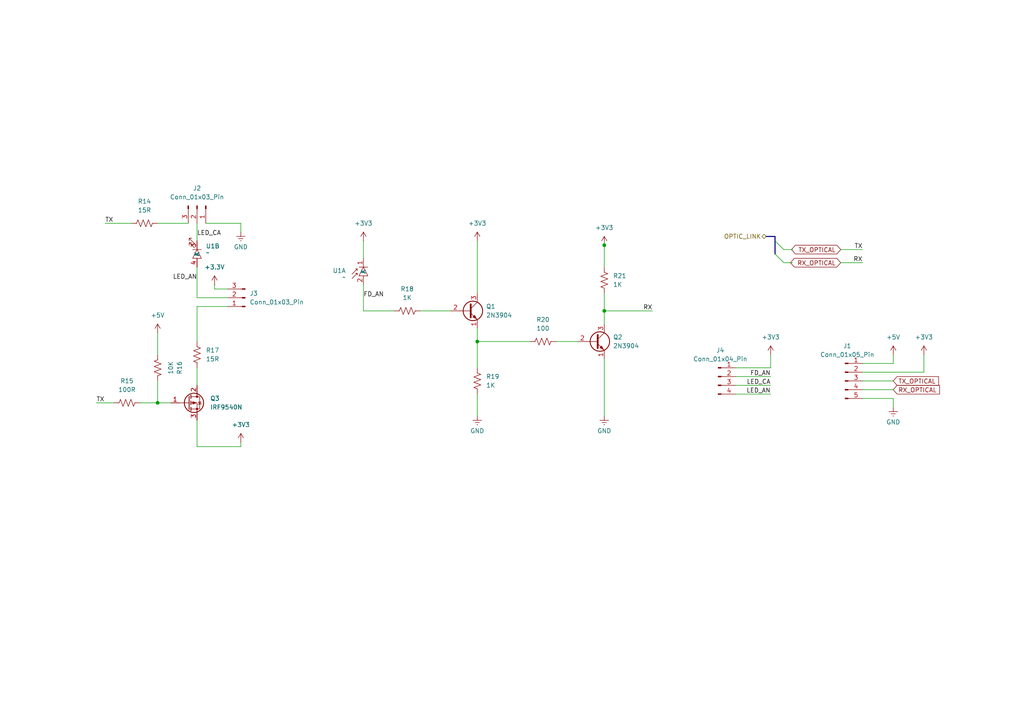
<source format=kicad_sch>
(kicad_sch (version 20250114) (generator "eeschema") (generator_version "9.0")
  (paper "A4")
  (lib_symbols
    (symbol "Connector:Conn_01x03_Pin" (pin_names (offset 1.016) (hide yes))
      (property "Reference" "J" (at 0 5.08 0))
      (property "Value" "Conn_01x03_Pin" (at 0 -5.08 0))
      (symbol "Conn_01x03_Pin_1_1"
        (rectangle (start 0.8636 2.667) (end 0 2.413) (stroke (width 0.1524)) (fill (type outline)))
        (rectangle (start 0.8636 0.127) (end 0 -0.127) (stroke (width 0.1524)) (fill (type outline)))
        (rectangle (start 0.8636 -2.413) (end 0 -2.667) (stroke (width 0.1524)) (fill (type outline)))
        (polyline (pts (xy 1.27 2.54) (xy 0.8636 2.54)) (stroke (width 0.1524)))
        (polyline (pts (xy 1.27 0) (xy 0.8636 0)) (stroke (width 0.1524)))
        (polyline (pts (xy 1.27 -2.54) (xy 0.8636 -2.54)) (stroke (width 0.1524)))
        (pin passive line (at 5.08 2.54 180) (length 3.81) (name "Pin_1") (number "1"))
        (pin passive line (at 5.08 0 180) (length 3.81) (name "Pin_2") (number "2"))
        (pin passive line (at 5.08 -2.54 180) (length 3.81) (name "Pin_3") (number "3"))
      )
    )
    (symbol "Connector:Conn_01x04_Pin" (pin_names (offset 1.016) (hide yes))
      (property "Reference" "J" (at 0 5.08 0))
      (property "Value" "Conn_01x04_Pin" (at 0 -7.62 0))
      (symbol "Conn_01x04_Pin_1_1"
        (rectangle (start 0.8636 2.667) (end 0 2.413) (stroke (width 0.1524)) (fill (type outline)))
        (rectangle (start 0.8636 0.127) (end 0 -0.127) (stroke (width 0.1524)) (fill (type outline)))
        (rectangle (start 0.8636 -2.413) (end 0 -2.667) (stroke (width 0.1524)) (fill (type outline)))
        (rectangle (start 0.8636 -4.953) (end 0 -5.207) (stroke (width 0.1524)) (fill (type outline)))
        (polyline (pts (xy 1.27 2.54) (xy 0.8636 2.54)) (stroke (width 0.1524)))
        (polyline (pts (xy 1.27 0) (xy 0.8636 0)) (stroke (width 0.1524)))
        (polyline (pts (xy 1.27 -2.54) (xy 0.8636 -2.54)) (stroke (width 0.1524)))
        (polyline (pts (xy 1.27 -5.08) (xy 0.8636 -5.08)) (stroke (width 0.1524)))
        (pin passive line (at 5.08 2.54 180) (length 3.81) (name "Pin_1") (number "1"))
        (pin passive line (at 5.08 0 180) (length 3.81) (name "Pin_2") (number "2"))
        (pin passive line (at 5.08 -2.54 180) (length 3.81) (name "Pin_3") (number "3"))
        (pin passive line (at 5.08 -5.08 180) (length 3.81) (name "Pin_4") (number "4"))
      )
    )
    (symbol "Connector:Conn_01x05_Pin" (pin_names (offset 1.016) (hide yes))
      (property "Reference" "J" (at 0 7.62 0))
      (property "Value" "Conn_01x05_Pin" (at 0 -7.62 0))
      (symbol "Conn_01x05_Pin_1_1"
        (rectangle (start 0.8636 5.207) (end 0 4.953) (stroke (width 0.1524)) (fill (type outline)))
        (rectangle (start 0.8636 2.667) (end 0 2.413) (stroke (width 0.1524)) (fill (type outline)))
        (rectangle (start 0.8636 0.127) (end 0 -0.127) (stroke (width 0.1524)) (fill (type outline)))
        (rectangle (start 0.8636 -2.413) (end 0 -2.667) (stroke (width 0.1524)) (fill (type outline)))
        (rectangle (start 0.8636 -4.953) (end 0 -5.207) (stroke (width 0.1524)) (fill (type outline)))
        (polyline (pts (xy 1.27 5.08) (xy 0.8636 5.08)) (stroke (width 0.1524)))
        (polyline (pts (xy 1.27 2.54) (xy 0.8636 2.54)) (stroke (width 0.1524)))
        (polyline (pts (xy 1.27 0) (xy 0.8636 0)) (stroke (width 0.1524)))
        (polyline (pts (xy 1.27 -2.54) (xy 0.8636 -2.54)) (stroke (width 0.1524)))
        (polyline (pts (xy 1.27 -5.08) (xy 0.8636 -5.08)) (stroke (width 0.1524)))
        (pin passive line (at 5.08 5.08 180) (length 3.81) (name "Pin_1") (number "1"))
        (pin passive line (at 5.08 2.54 180) (length 3.81) (name "Pin_2") (number "2"))
        (pin passive line (at 5.08 0 180) (length 3.81) (name "Pin_3") (number "3"))
        (pin passive line (at 5.08 -2.54 180) (length 3.81) (name "Pin_4") (number "4"))
        (pin passive line (at 5.08 -5.08 180) (length 3.81) (name "Pin_5") (number "5"))
      )
    )
    (symbol "Device:R_US" (pin_numbers (hide yes)) (pin_names (offset 0))
      (property "Reference" "R" (at 2.54 0 90))
      (property "Value" "R_US" (at -2.54 0 90))
      (symbol "R_US_0_1"
        (polyline (pts (xy 0 2.286) (xy 0 2.54)))
        (polyline (pts (xy 0 2.286) (xy 1.016 1.905) (xy 0 1.524) (xy -1.016 1.143) (xy 0 0.762)))
        (polyline (pts (xy 0 0.762) (xy 1.016 0.381) (xy 0 0) (xy -1.016 -0.381) (xy 0 -0.762)))
        (polyline (pts (xy 0 -0.762) (xy 1.016 -1.143) (xy 0 -1.524) (xy -1.016 -1.905) (xy 0 -2.286)))
        (polyline (pts (xy 0 -2.286) (xy 0 -2.54)))
      )
      (symbol "R_US_1_1"
        (pin passive line (at 0 3.81 270) (length 1.27) (name "~") (number "1"))
        (pin passive line (at 0 -3.81 90) (length 1.27) (name "~") (number "2"))
      )
    )
    (symbol "Transistor_BJT:2N3904" (pin_names (offset 0) (hide yes))
      (property "Reference" "Q" (at 5.08 1.905 0))
      (property "Value" "2N3904" (at 5.08 0 0))
      (symbol "2N3904_0_1"
        (polyline (pts (xy -2.54 0) (xy 0.635 0)))
        (polyline (pts (xy 0.635 1.905) (xy 0.635 -1.905)) (stroke (width 0.508)))
        (circle (center 1.27 0) (radius 2.8194) (stroke (width 0.254)))
      )
      (symbol "2N3904_1_1"
        (polyline (pts (xy 0.635 0.635) (xy 2.54 2.54)))
        (polyline (pts (xy 0.635 -0.635) (xy 2.54 -2.54)))
        (polyline (pts (xy 1.27 -1.778) (xy 1.778 -1.27) (xy 2.286 -2.286) (xy 1.27 -1.778)) (fill (type outline)))
        (pin input line (at -5.08 0 0) (length 2.54) (name "B") (number "2"))
        (pin passive line (at 2.54 5.08 270) (length 2.54) (name "C") (number "3"))
        (pin passive line (at 2.54 -5.08 90) (length 2.54) (name "E") (number "1"))
      )
    )
    (symbol "Transistor_FET:IRF9540N" (pin_names (hide yes))
      (property "Reference" "Q" (at 5.08 1.905 0))
      (property "Value" "IRF9540N" (at 5.08 0 0))
      (symbol "IRF9540N_0_1"
        (polyline (pts (xy 0.254 1.905) (xy 0.254 -1.905)) (stroke (width 0.254)))
        (polyline (pts (xy 0.254 0) (xy -2.54 0)))
        (polyline (pts (xy 0.762 2.286) (xy 0.762 1.27)) (stroke (width 0.254)))
        (polyline (pts (xy 0.762 1.778) (xy 3.302 1.778) (xy 3.302 -1.778) (xy 0.762 -1.778)))
        (polyline (pts (xy 0.762 0.508) (xy 0.762 -0.508)) (stroke (width 0.254)))
        (polyline (pts (xy 0.762 -1.27) (xy 0.762 -2.286)) (stroke (width 0.254)))
        (circle (center 1.651 0) (radius 2.794) (stroke (width 0.254)))
        (polyline (pts (xy 2.286 0) (xy 1.27 0.381) (xy 1.27 -0.381) (xy 2.286 0)) (fill (type outline)))
        (polyline (pts (xy 2.54 2.54) (xy 2.54 1.778)))
        (circle (center 2.54 1.778) (radius 0.254) (fill (type outline)))
        (circle (center 2.54 -1.778) (radius 0.254) (fill (type outline)))
        (polyline (pts (xy 2.54 -2.54) (xy 2.54 0) (xy 0.762 0)))
        (polyline (pts (xy 2.794 -0.508) (xy 2.921 -0.381) (xy 3.683 -0.381) (xy 3.81 -0.254)))
        (polyline (pts (xy 3.302 -0.381) (xy 2.921 0.254) (xy 3.683 0.254) (xy 3.302 -0.381)))
      )
      (symbol "IRF9540N_1_1"
        (pin input line (at -5.08 0 0) (length 2.54) (name "G") (number "1"))
        (pin passive line (at 2.54 5.08 270) (length 2.54) (name "D") (number "2"))
        (pin passive line (at 2.54 -5.08 90) (length 2.54) (name "S") (number "3"))
      )
    )
    (symbol "engg3800:OPTIC3800T3v2"
      (property "Reference" "U" (at 0 0 0))
      (symbol "OPTIC3800T3v2_1_1"
        (polyline (pts (xy 0.5151 -2.8166) (xy 0.5052 -3.2992) (xy 1.016 -3.2992)))
        (polyline (pts (xy 0.7592 -1.7835) (xy -0.7592 -3.3019) (xy -0.7592 -2.7995) (xy -0.7564 -3.2936) (xy -0.2567 -3.2936)))
        (polyline (pts (xy 1.27 -3.81) (xy 1.27 -6.35) (xy -1.27 -5.08) (xy -1.27 -6.35) (xy -1.27 -3.81) (xy -1.27 -5.08) (xy 1.27 -3.81)))
        (polyline (pts (xy 2.0416 -1.7767) (xy 0.5056 -3.3032)))
        (pin passive line (at -3.81 -5.08 0) (length 2.54) (name "K") (number "1"))
        (pin passive line (at 3.81 -5.08 180) (length 2.54) (name "A") (number "2"))
      )
      (symbol "OPTIC3800T3v2_2_1"
        (polyline (pts (xy -3.048 -4.5719) (xy -4.5692 -6.0932) (xy -4.572 -5.3339) (xy -4.5664 -6.0932) (xy -3.8127 -6.0932)))
        (polyline (pts (xy -1.778 -4.5747) (xy -3.302 -6.0932) (xy -2.54 -6.0932) (xy -3.2964 -6.0932) (xy -3.2992 -5.3312)))
        (polyline (pts (xy -1.27 -2.54) (xy -1.27 -5.08) (xy -1.27 -3.81) (xy 1.27 -2.54) (xy 1.27 -5.08) (xy -1.27 -3.81)))
        (pin passive line (at -3.81 -3.81 0) (length 2.54) (name "K") (number "3"))
        (pin passive line (at 3.81 -3.81 180) (length 2.54) (name "A") (number "4"))
      )
    )
    (symbol "power:+3.3V" (power) (pin_numbers (hide yes)) (pin_names (offset 0) (hide yes))
      (property "Value" "+3.3V" (at 0 3.556 0))
      (symbol "+3.3V_0_1"
        (polyline (pts (xy -0.762 1.27) (xy 0 2.54)))
        (polyline (pts (xy 0 2.54) (xy 0.762 1.27)))
        (polyline (pts (xy 0 0) (xy 0 2.54)))
      )
      (symbol "+3.3V_1_1"
        (pin power_in line (at 0 0 90) (length 0) (name "~") (number "1"))
      )
    )
    (symbol "power:+3V3" (power) (pin_numbers (hide yes)) (pin_names (offset 0) (hide yes))
      (property "Value" "+3V3" (at 0 3.556 0))
      (symbol "+3V3_0_1"
        (polyline (pts (xy -0.762 1.27) (xy 0 2.54)))
        (polyline (pts (xy 0 2.54) (xy 0.762 1.27)))
        (polyline (pts (xy 0 0) (xy 0 2.54)))
      )
      (symbol "+3V3_1_1"
        (pin power_in line (at 0 0 90) (length 0) (name "~") (number "1"))
      )
    )
    (symbol "power:+5V" (power) (pin_numbers (hide yes)) (pin_names (offset 0) (hide yes))
      (property "Value" "+5V" (at 0 3.556 0))
      (symbol "+5V_0_1"
        (polyline (pts (xy -0.762 1.27) (xy 0 2.54)))
        (polyline (pts (xy 0 2.54) (xy 0.762 1.27)))
        (polyline (pts (xy 0 0) (xy 0 2.54)))
      )
      (symbol "+5V_1_1"
        (pin power_in line (at 0 0 90) (length 0) (name "~") (number "1"))
      )
    )
    (symbol "power:Earth" (power) (pin_numbers (hide yes)) (pin_names (offset 0) (hide yes))
      (property "Value" "Earth" (at 0 -3.81 0))
      (symbol "Earth_0_1"
        (polyline (pts (xy -0.635 -1.905) (xy 0.635 -1.905)))
        (polyline (pts (xy -0.127 -2.54) (xy 0.127 -2.54)))
        (polyline (pts (xy 0 -1.27) (xy 0 0)))
        (polyline (pts (xy 1.27 -1.27) (xy -1.27 -1.27)))
      )
      (symbol "Earth_1_1"
        (pin power_in line (at 0 0 270) (length 0) (name "~") (number "1"))
      )
    )
  )
  (junction (at 138.43 99.06))
  (junction (at 45.72 116.84))
  (junction (at 175.26 71.12))
  (junction (at 175.26 90.17))
  (bus_entry (at 224.79 73.66) (size 2.54 2.54))
  (bus_entry (at 224.79 69.85) (size 2.54 2.54))
  (wire (pts (xy 45.72 96.52) (xy 45.72 102.87)))
  (wire (pts (xy 175.26 71.12) (xy 175.26 77.47)))
  (wire (pts (xy 57.15 86.36) (xy 66.04 86.36)))
  (wire (pts (xy 223.52 102.87) (xy 223.52 106.68)))
  (wire (pts (xy 138.43 69.85) (xy 138.43 85.09)))
  (wire (pts (xy 250.19 107.95) (xy 267.97 107.95)))
  (wire (pts (xy 259.08 105.41) (xy 259.08 102.87)))
  (wire (pts (xy 69.85 64.77) (xy 69.85 67.31)))
  (bus (pts (xy 224.79 69.85) (xy 224.79 68.58)))
  (wire (pts (xy 175.26 90.17) (xy 175.26 93.98)))
  (wire (pts (xy 243.84 72.39) (xy 250.19 72.39)))
  (wire (pts (xy 105.41 69.85) (xy 105.41 74.93)))
  (bus (pts (xy 224.79 68.58) (xy 222.25 68.58)))
  (wire (pts (xy 57.15 129.54) (xy 69.85 129.54)))
  (wire (pts (xy 40.64 116.84) (xy 45.72 116.84)))
  (wire (pts (xy 243.84 76.2) (xy 250.19 76.2)))
  (wire (pts (xy 30.48 64.77) (xy 38.1 64.77)))
  (wire (pts (xy 227.33 72.39) (xy 229.87 72.39)))
  (wire (pts (xy 175.26 90.17) (xy 189.23 90.17)))
  (wire (pts (xy 161.29 99.06) (xy 167.64 99.06)))
  (wire (pts (xy 105.41 90.17) (xy 114.3 90.17)))
  (wire (pts (xy 57.15 121.92) (xy 57.15 129.54)))
  (wire (pts (xy 213.36 106.68) (xy 223.52 106.68)))
  (wire (pts (xy 213.36 111.76) (xy 223.52 111.76)))
  (wire (pts (xy 66.04 88.9) (xy 57.15 88.9)))
  (wire (pts (xy 250.19 105.41) (xy 259.08 105.41)))
  (wire (pts (xy 138.43 95.25) (xy 138.43 99.06)))
  (wire (pts (xy 57.15 77.47) (xy 57.15 86.36)))
  (bus (pts (xy 224.79 73.66) (xy 224.79 69.85)))
  (wire (pts (xy 66.04 83.82) (xy 62.23 83.82)))
  (wire (pts (xy 267.97 102.87) (xy 267.97 107.95)))
  (wire (pts (xy 57.15 69.85) (xy 57.15 64.77)))
  (wire (pts (xy 27.94 116.84) (xy 33.02 116.84)))
  (wire (pts (xy 213.36 109.22) (xy 223.52 109.22)))
  (wire (pts (xy 227.33 76.2) (xy 229.87 76.2)))
  (wire (pts (xy 213.36 114.3) (xy 223.52 114.3)))
  (wire (pts (xy 69.85 129.54) (xy 69.85 128.27)))
  (wire (pts (xy 57.15 88.9) (xy 57.15 99.06)))
  (wire (pts (xy 175.26 69.85) (xy 175.26 71.12)))
  (wire (pts (xy 138.43 99.06) (xy 138.43 106.68)))
  (wire (pts (xy 105.41 82.55) (xy 105.41 90.17)))
  (wire (pts (xy 250.19 110.49) (xy 259.08 110.49)))
  (wire (pts (xy 250.19 115.57) (xy 259.08 115.57)))
  (wire (pts (xy 175.26 104.14) (xy 175.26 120.65)))
  (wire (pts (xy 45.72 116.84) (xy 49.53 116.84)))
  (wire (pts (xy 57.15 106.68) (xy 57.15 111.76)))
  (wire (pts (xy 259.08 115.57) (xy 259.08 118.11)))
  (wire (pts (xy 138.43 99.06) (xy 153.67 99.06)))
  (wire (pts (xy 138.43 114.3) (xy 138.43 120.65)))
  (wire (pts (xy 121.92 90.17) (xy 130.81 90.17)))
  (wire (pts (xy 250.19 113.03) (xy 259.08 113.03)))
  (wire (pts (xy 175.26 85.09) (xy 175.26 90.17)))
  (wire (pts (xy 62.23 83.82) (xy 62.23 82.55)))
  (wire (pts (xy 45.72 64.77) (xy 54.61 64.77)))
  (wire (pts (xy 45.72 110.49) (xy 45.72 116.84)))
  (wire (pts (xy 59.69 64.77) (xy 69.85 64.77)))
  (label "RX" (at 250.19 76.2 180))
  (label "FD_AN" (at 223.52 109.22 180))
  (label "LED_CA" (at 57.15 68.58 0))
  (label "TX" (at 30.48 64.77 0))
  (label "FD_AN" (at 105.41 86.36 0))
  (label "LED_AN" (at 57.15 81.28 180))
  (label "RX" (at 189.23 90.17 180))
  (label "LED_CA" (at 223.52 111.76 180))
  (label "TX" (at 27.94 116.84 0))
  (label "LED_AN" (at 223.52 114.3 180))
  (label "TX" (at 250.19 72.39 180))
  (global_label "RX_OPTICAL" (shape bidirectional) (at 243.84 76.2 180) (property "Intersheetrefs" "${INTERSHEET_REFS}" (effects (hide yes))))
  (global_label "TX_OPTICAL" (shape input) (at 259.08 110.49 0) (property "Intersheetrefs" "${INTERSHEET_REFS}" (effects (hide yes))))
  (global_label "TX_OPTICAL" (shape bidirectional) (at 243.84 72.39 180) (property "Intersheetrefs" "${INTERSHEET_REFS}" (effects (hide yes))))
  (global_label "RX_OPTICAL" (shape input) (at 259.08 113.03 0) (property "Intersheetrefs" "${INTERSHEET_REFS}" (effects (hide yes))))
  (hierarchical_label "OPTIC_LINK" (shape bidirectional) (at 222.25 68.58 180))
  (symbol (lib_id "power:Earth") (at 69.85 67.31 0) (unit 1)
    (property "Reference" "#PWR038" (effects (hide yes)))
    (property "Value" "GND" (at 69.85 71.628 0))
    (property "Description" "Power symbol creates a global label with name \"Earth\"" (effects (hide yes)))
  )
  (symbol (lib_id "Transistor_BJT:2N3904") (at 172.72 99.06 0) (unit 1)
    (property "Reference" "Q3" (at 177.8 97.7899 0) (effects (justify left)))
    (property "Value" "2N3904" (at 177.8 100.3299 0) (effects (justify left)))
    (property "Footprint" "Package_TO_SOT_THT:TO-92_Inline" (effects (hide yes)))
    (property "Datasheet" "https://www.onsemi.com/pub/Collateral/2N3903-D.PDF" (effects (hide yes)))
    (property "Description" "0.2A Ic, 40V Vce, Small Signal NPN Transistor, TO-92" (effects (hide yes)))
    (instances (project "optic-driver-board-v1" (path "" (reference "Q2") (unit 1))) (project "" (path "" (reference "Q3") (unit 1))))
  )
  (symbol (lib_id "Device:R_US") (at 118.11 90.17 90) (unit 1)
    (property "Reference" "R18" (at 118.11 83.82 90))
    (property "Value" "1K" (at 118.11 86.36 90))
    (property "Footprint" "Resistor_THT:R_Axial_DIN0207_L6.3mm_D2.5mm_P10.16mm_Horizontal" (effects (hide yes)))
    (property "Description" "Resistor, US symbol" (effects (hide yes)))
  )
  (symbol (lib_id "Device:R_US") (at 41.91 64.77 90) (unit 1)
    (property "Reference" "R14" (at 41.91 58.42 90))
    (property "Value" "15R" (at 41.91 60.96 90))
    (property "Footprint" "Resistor_THT:R_Axial_DIN0207_L6.3mm_D2.5mm_P10.16mm_Horizontal" (effects (hide yes)))
    (property "Description" "Resistor, US symbol" (effects (hide yes)))
  )
  (symbol (lib_id "Device:R_US") (at 45.72 106.68 0) (mirror x) (unit 1)
    (property "Reference" "R16" (at 52.07 106.68 90))
    (property "Value" "10K" (at 49.53 106.68 90))
    (property "Footprint" "Resistor_THT:R_Axial_DIN0207_L6.3mm_D2.5mm_P10.16mm_Horizontal" (effects (hide yes)))
    (property "Description" "Resistor, US symbol" (effects (hide yes)))
  )
  (symbol (lib_id "Transistor_FET:IRF9540N") (at 54.61 116.84 0) (unit 1)
    (property "Reference" "Q2" (at 60.96 115.5699 0) (effects (justify left)))
    (property "Value" "IRF9540N" (at 60.96 118.1099 0) (effects (justify left)))
    (property "Footprint" "Package_TO_SOT_THT:TO-220-3_Vertical" (effects (hide yes)))
    (property "Datasheet" "http://www.irf.com/product-info/datasheets/data/irf9540n.pdf" (effects (hide yes)))
    (property "Description" "-23A Id, -100V Vds, 117mOhm Rds, P-Channel HEXFET Power MOSFET, TO-220" (effects (hide yes)))
    (instances (project "" (path "" (reference "Q3") (unit 1))) (project "" (path "" (reference "Q2") (unit 1))))
  )
  (symbol (lib_id "power:+3V3") (at 175.26 71.12 0) (unit 1)
    (property "Reference" "#PWR035" (effects (hide yes)))
    (property "Value" "+3V3" (at 175.26 66.04 0))
    (property "Description" "Power symbol creates a global label with name \"+3V3\"" (effects (hide yes)))
  )
  (symbol (lib_id "power:Earth") (at 138.43 120.65 0) (unit 1)
    (property "Reference" "#PWR039" (effects (hide yes)))
    (property "Value" "GND" (at 138.43 124.968 0))
    (property "Description" "Power symbol creates a global label with name \"Earth\"" (effects (hide yes)))
  )
  (symbol (lib_id "Transistor_BJT:2N3904") (at 135.89 90.17 0) (unit 1)
    (property "Reference" "Q1" (at 140.97 88.8999 0) (effects (justify left)))
    (property "Value" "2N3904" (at 140.97 91.4399 0) (effects (justify left)))
    (property "Footprint" "Package_TO_SOT_THT:TO-92_Inline" (effects (hide yes)))
    (property "Datasheet" "https://www.onsemi.com/pub/Collateral/2N3903-D.PDF" (effects (hide yes)))
    (property "Description" "0.2A Ic, 40V Vce, Small Signal NPN Transistor, TO-92" (effects (hide yes)))
  )
  (symbol (lib_id "power:+5V") (at 259.08 102.87 0) (unit 1)
    (property "Reference" "#PWR0103" (effects (hide yes)))
    (property "Value" "+5V" (at 259.08 97.79 0))
    (property "Description" "Power symbol creates a global label with name \"+5V\"" (effects (hide yes)))
    (instances (project "" (path "" (reference "#PWR03") (unit 1))) (project "Control_Unit" (path "" (reference "#PWR0103") (unit 1))))
  )
  (symbol (lib_id "Device:R_US") (at 36.83 116.84 90) (unit 1)
    (property "Reference" "R15" (at 36.83 110.49 90))
    (property "Value" "100R" (at 36.83 113.03 90))
    (property "Footprint" "Resistor_THT:R_Axial_DIN0207_L6.3mm_D2.5mm_P10.16mm_Horizontal" (effects (hide yes)))
    (property "Description" "Resistor, US symbol" (effects (hide yes)))
  )
  (symbol (lib_id "Connector:Conn_01x03_Pin") (at 71.12 86.36 180) (unit 1)
    (property "Reference" "J3" (at 72.39 85.0899 0) (effects (justify right)))
    (property "Value" "Conn_01x03_Pin" (at 72.39 87.6299 0) (effects (justify right)))
    (property "Footprint" "Connector_PinHeader_2.54mm:PinHeader_1x03_P2.54mm_Vertical" (effects (hide yes)))
    (property "Description" "Generic connector, single row, 01x03, script generated" (effects (hide yes)))
  )
  (symbol (lib_id "power:+3V3") (at 267.97 102.87 0) (unit 1)
    (property "Reference" "#PWR037" (effects (hide yes)))
    (property "Value" "+3V3" (at 267.97 97.79 0))
    (property "Description" "Power symbol creates a global label with name \"+3V3\"" (effects (hide yes)))
  )
  (symbol (lib_id "power:+3V3") (at 69.85 128.27 0) (unit 1)
    (property "Reference" "#PWR032" (effects (hide yes)))
    (property "Value" "+3V3" (at 69.85 123.19 0))
    (property "Description" "Power symbol creates a global label with name \"+3V3\"" (effects (hide yes)))
  )
  (symbol (lib_id "power:+3V3") (at 105.41 69.85 0) (unit 1)
    (property "Reference" "#PWR033" (effects (hide yes)))
    (property "Value" "+3V3" (at 105.41 64.77 0))
    (property "Description" "Power symbol creates a global label with name \"+3V3\"" (effects (hide yes)))
  )
  (symbol (lib_id "power:+3V3") (at 223.52 102.87 0) (unit 1)
    (property "Reference" "#PWR036" (effects (hide yes)))
    (property "Value" "+3V3" (at 223.52 97.79 0))
    (property "Description" "Power symbol creates a global label with name \"+3V3\"" (effects (hide yes)))
  )
  (symbol (lib_id "Device:R_US") (at 138.43 110.49 180) (unit 1)
    (property "Reference" "R19" (at 140.97 109.2199 0) (effects (justify right)))
    (property "Value" "1K" (at 140.97 111.7599 0) (effects (justify right)))
    (property "Footprint" "Resistor_THT:R_Axial_DIN0207_L6.3mm_D2.5mm_P10.16mm_Horizontal" (effects (hide yes)))
    (property "Description" "Resistor, US symbol" (effects (hide yes)))
  )
  (symbol (lib_id "power:Earth") (at 259.08 118.11 0) (unit 1)
    (property "Reference" "#PWR041" (effects (hide yes)))
    (property "Value" "GND" (at 259.08 122.428 0))
    (property "Description" "Power symbol creates a global label with name \"Earth\"" (effects (hide yes)))
  )
  (symbol (lib_id "engg3800:OPTIC3800T3v2") (at 60.96 73.66 270) (unit 2)
    (property "Reference" "U9" (at 59.69 71.3739 90) (effects (justify left)))
    (property "Value" "~" (at 59.69 73.279 90) (effects (justify left)))
    (property "Footprint" "engg3800:OPTIC3800T3" (effects (hide yes)))
    (instances (project "" (path "" (reference "U1") (unit 2))) (project "" (path "" (reference "U9") (unit 2))))
  )
  (symbol (lib_id "power:+5V") (at 45.72 96.52 0) (unit 1)
    (property "Reference" "#PWR0102" (effects (hide yes)))
    (property "Value" "+5V" (at 45.72 91.44 0))
    (property "Description" "Power symbol creates a global label with name \"+5V\"" (effects (hide yes)))
    (instances (project "optic-driver-board-v1" (path "" (reference "#PWR09") (unit 1))) (project "Control_Unit" (path "" (reference "#PWR0102") (unit 1))))
  )
  (symbol (lib_id "power:Earth") (at 175.26 120.65 0) (unit 1)
    (property "Reference" "#PWR040" (effects (hide yes)))
    (property "Value" "GND" (at 175.26 124.968 0))
    (property "Description" "Power symbol creates a global label with name \"Earth\"" (effects (hide yes)))
  )
  (symbol (lib_id "Device:R_US") (at 175.26 81.28 180) (unit 1)
    (property "Reference" "R21" (at 177.8 80.0099 0) (effects (justify right)))
    (property "Value" "1K" (at 177.8 82.5499 0) (effects (justify right)))
    (property "Footprint" "Resistor_THT:R_Axial_DIN0207_L6.3mm_D2.5mm_P10.16mm_Horizontal" (effects (hide yes)))
    (property "Description" "Resistor, US symbol" (effects (hide yes)))
  )
  (symbol (lib_id "power:+3V3") (at 138.43 69.85 0) (unit 1)
    (property "Reference" "#PWR034" (effects (hide yes)))
    (property "Value" "+3V3" (at 138.43 64.77 0))
    (property "Description" "Power symbol creates a global label with name \"+3V3\"" (effects (hide yes)))
  )
  (symbol (lib_id "power:+3.3V") (at 62.23 82.55 0) (unit 1)
    (property "Reference" "#PWR0101" (effects (hide yes)))
    (property "Value" "+3.3V" (at 62.23 77.47 0))
    (property "Description" "Power symbol creates a global label with name \"+3.3V\"" (effects (hide yes)))
    (instances (project "optic-driver-board-v1" (path "" (reference "#PWR012") (unit 1))) (project "Control_Unit" (path "" (reference "#PWR0101") (unit 1))))
  )
  (symbol (lib_id "Connector:Conn_01x04_Pin") (at 208.28 109.22 0) (unit 1)
    (property "Reference" "J4" (at 208.915 101.6 0))
    (property "Value" "Conn_01x04_Pin" (at 208.915 104.14 0))
    (property "Footprint" "Connector_PinHeader_2.54mm:PinHeader_1x04_P2.54mm_Vertical" (effects (hide yes)))
    (property "Description" "Generic connector, single row, 01x04, script generated" (effects (hide yes)))
  )
  (symbol (lib_id "Connector:Conn_01x05_Pin") (at 245.11 110.49 0) (unit 1)
    (property "Reference" "J5" (at 245.745 100.33 0))
    (property "Value" "Conn_01x05_Pin" (at 245.745 102.87 0))
    (property "Footprint" "Connector_PinHeader_2.54mm:PinHeader_1x05_P2.54mm_Vertical" (effects (hide yes)))
    (property "Description" "Generic connector, single row, 01x05, script generated" (effects (hide yes)))
    (instances (project "" (path "" (reference "J1") (unit 1))) (project "" (path "" (reference "J5") (unit 1))))
  )
  (symbol (lib_id "Connector:Conn_01x03_Pin") (at 57.15 59.69 270) (unit 1)
    (property "Reference" "J2" (at 57.15 54.61 90))
    (property "Value" "Conn_01x03_Pin" (at 57.15 57.15 90))
    (property "Footprint" "Connector_PinHeader_2.54mm:PinHeader_1x03_P2.54mm_Vertical" (effects (hide yes)))
    (property "Description" "Generic connector, single row, 01x03, script generated" (effects (hide yes)))
  )
  (symbol (lib_id "Device:R_US") (at 157.48 99.06 90) (unit 1)
    (property "Reference" "R20" (at 157.48 92.71 90))
    (property "Value" "100" (at 157.48 95.25 90))
    (property "Footprint" "Resistor_THT:R_Axial_DIN0207_L6.3mm_D2.5mm_P10.16mm_Horizontal" (effects (hide yes)))
    (property "Description" "Resistor, US symbol" (effects (hide yes)))
  )
  (symbol (lib_id "Device:R_US") (at 57.15 102.87 180) (unit 1)
    (property "Reference" "R17" (at 59.69 101.5999 0) (effects (justify right)))
    (property "Value" "15R" (at 59.69 104.1399 0) (effects (justify right)))
    (property "Footprint" "Resistor_THT:R_Axial_DIN0207_L6.3mm_D2.5mm_P10.16mm_Horizontal" (effects (hide yes)))
    (property "Description" "Resistor, US symbol" (effects (hide yes)))
  )
  (symbol (lib_id "engg3800:OPTIC3800T3v2") (at 100.33 78.74 90) (mirror x) (unit 1)
    (property "Reference" "U9" (at 100.33 78.4907 90) (effects (justify left)))
    (property "Value" "~" (at 100.33 80.3958 90) (effects (justify left)))
    (property "Footprint" "engg3800:OPTIC3800T3" (effects (hide yes)))
    (instances (project "" (path "" (reference "U1") (unit 1))) (project "" (path "" (reference "U9") (unit 1))))
  )
)
</source>
